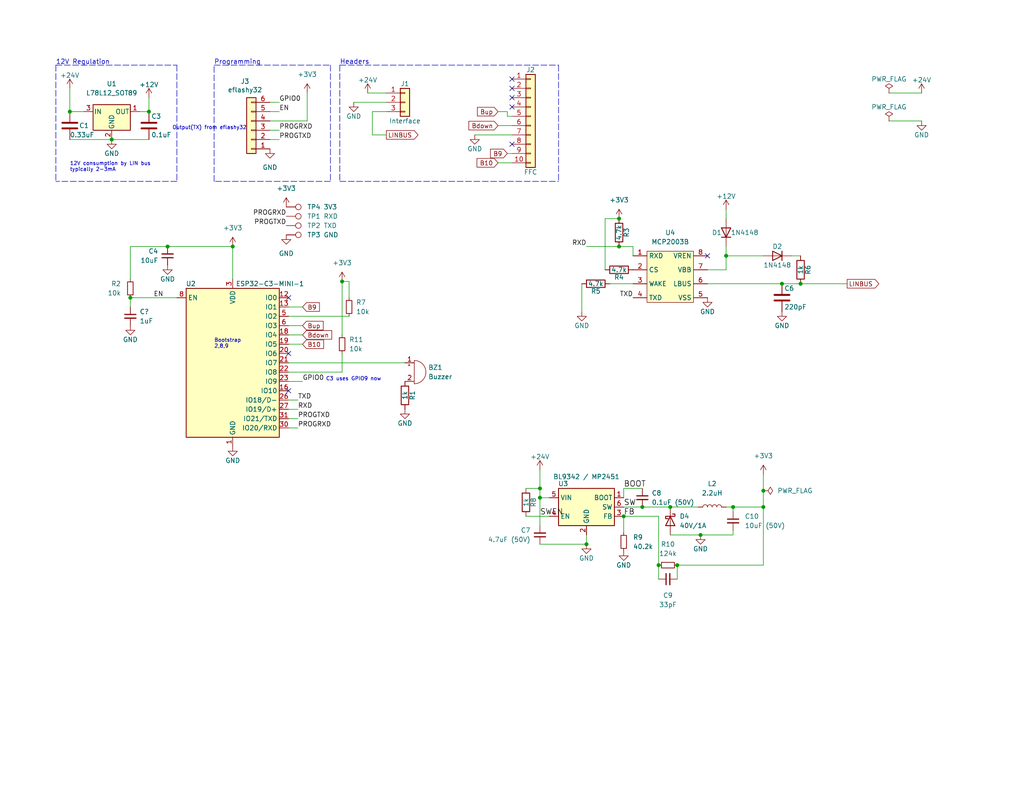
<source format=kicad_sch>
(kicad_sch (version 20211123) (generator eeschema)
  (paper "USLetter")
  (lib_symbols
    (symbol "!megadesk:BL9342"
      (property "Reference" "U" (at -7.62 6.35 0))
      (property "Value" "BL9342" (at 0 6.35 0))
      (symbol "BL9342_0_1"
        (rectangle (start -7.62 5.08) (end 7.62 -5.08) (stroke (width 0.254)) (fill (type background)))
      )
      (symbol "BL9342_1_1"
        (pin passive line (at 10.16 2.54 180) (length 2.54) (name "BOOT") (number "1"))
        (pin power_in line (at 0 -7.62 90) (length 2.54) (name "GND") (number "2"))
        (pin input line (at 10.16 -2.54 180) (length 2.54) (name "FB") (number "3"))
        (pin input line (at -10.16 -2.54 0) (length 2.54) (name "EN") (number "4"))
        (pin power_in line (at -10.16 2.54 0) (length 2.54) (name "VIN") (number "5"))
        (pin power_out line (at 10.16 0 180) (length 2.54) (name "SW") (number "6"))
      )
    )
    (symbol "!megadesk:MCP2003B"
      (property "Reference" "U" (at -7.62 8.89 0))
      (property "Value" "MCP2003B" (at -5.08 -8.89 0))
      (symbol "MCP2003B_0_0"
        (pin input line (at -10.16 5.08 0) (length 3.81) (name "RXD") (number "1"))
        (pin output line (at 10.16 5.08 180) (length 3.81) (name "VREN") (number "8"))
      )
      (symbol "MCP2003B_0_1"
        (rectangle (start 6.35 6.35) (end -6.35 -7.62) (fill (type background)))
      )
      (symbol "MCP2003B_1_1"
        (pin input line (at -10.16 1.27 0) (length 3.81) (name "CS") (number "2"))
        (pin input line (at -10.16 -2.54 0) (length 3.81) (name "WAKE") (number "3"))
        (pin output line (at -10.16 -6.35 0) (length 3.81) (name "TXD") (number "4"))
        (pin power_in line (at 10.16 -6.35 180) (length 3.81) (name "VSS") (number "5"))
        (pin bidirectional line (at 10.16 -2.54 180) (length 3.81) (name "LBUS") (number "6"))
        (pin power_in line (at 10.16 1.27 180) (length 3.81) (name "VBB") (number "7"))
      )
    )
    (symbol "Connector:TestPoint" (pin_numbers hide) (pin_names (offset 0.762) hide)
      (property "Reference" "TP" (at 0 6.858 0))
      (property "Value" "TestPoint" (at 0 5.08 0))
      (symbol "TestPoint_0_1"
        (circle (center 0 3.302) (radius 0.762))
      )
      (symbol "TestPoint_1_1"
        (pin passive line (at 0 0 90) (length 2.54) (name "1") (number "1"))
      )
    )
    (symbol "Connector_Generic:Conn_01x03" (pin_names (offset 1.016) hide)
      (property "Reference" "J" (at 0 5.08 0))
      (property "Value" "Conn_01x03" (at 0 -5.08 0))
      (symbol "Conn_01x03_1_1"
        (rectangle (start -1.27 -2.413) (end 0 -2.667) (stroke (width 0.1524)))
        (rectangle (start -1.27 0.127) (end 0 -0.127) (stroke (width 0.1524)))
        (rectangle (start -1.27 2.667) (end 0 2.413) (stroke (width 0.1524)))
        (rectangle (start -1.27 3.81) (end 1.27 -3.81) (stroke (width 0.254)) (fill (type background)))
        (pin passive line (at -5.08 2.54 0) (length 3.81) (name "Pin_1") (number "1"))
        (pin passive line (at -5.08 0 0) (length 3.81) (name "Pin_2") (number "2"))
        (pin passive line (at -5.08 -2.54 0) (length 3.81) (name "Pin_3") (number "3"))
      )
    )
    (symbol "Connector_Generic:Conn_01x06" (pin_names (offset 1.016) hide)
      (property "Reference" "J" (at 0 7.62 0))
      (property "Value" "Conn_01x06" (at 0 -10.16 0))
      (symbol "Conn_01x06_1_1"
        (rectangle (start -1.27 -7.493) (end 0 -7.747) (stroke (width 0.1524)))
        (rectangle (start -1.27 -4.953) (end 0 -5.207) (stroke (width 0.1524)))
        (rectangle (start -1.27 -2.413) (end 0 -2.667) (stroke (width 0.1524)))
        (rectangle (start -1.27 0.127) (end 0 -0.127) (stroke (width 0.1524)))
        (rectangle (start -1.27 2.667) (end 0 2.413) (stroke (width 0.1524)))
        (rectangle (start -1.27 5.207) (end 0 4.953) (stroke (width 0.1524)))
        (rectangle (start -1.27 6.35) (end 1.27 -8.89) (stroke (width 0.254)) (fill (type background)))
        (pin passive line (at -5.08 5.08 0) (length 3.81) (name "Pin_1") (number "1"))
        (pin passive line (at -5.08 2.54 0) (length 3.81) (name "Pin_2") (number "2"))
        (pin passive line (at -5.08 0 0) (length 3.81) (name "Pin_3") (number "3"))
        (pin passive line (at -5.08 -2.54 0) (length 3.81) (name "Pin_4") (number "4"))
        (pin passive line (at -5.08 -5.08 0) (length 3.81) (name "Pin_5") (number "5"))
        (pin passive line (at -5.08 -7.62 0) (length 3.81) (name "Pin_6") (number "6"))
      )
    )
    (symbol "Connector_Generic:Conn_01x10" (pin_names (offset 1.016) hide)
      (property "Reference" "J" (at 0 12.7 0))
      (property "Value" "Conn_01x10" (at 0 -15.24 0))
      (symbol "Conn_01x10_1_1"
        (rectangle (start -1.27 -12.573) (end 0 -12.827) (stroke (width 0.1524)))
        (rectangle (start -1.27 -10.033) (end 0 -10.287) (stroke (width 0.1524)))
        (rectangle (start -1.27 -7.493) (end 0 -7.747) (stroke (width 0.1524)))
        (rectangle (start -1.27 -4.953) (end 0 -5.207) (stroke (width 0.1524)))
        (rectangle (start -1.27 -2.413) (end 0 -2.667) (stroke (width 0.1524)))
        (rectangle (start -1.27 0.127) (end 0 -0.127) (stroke (width 0.1524)))
        (rectangle (start -1.27 2.667) (end 0 2.413) (stroke (width 0.1524)))
        (rectangle (start -1.27 5.207) (end 0 4.953) (stroke (width 0.1524)))
        (rectangle (start -1.27 7.747) (end 0 7.493) (stroke (width 0.1524)))
        (rectangle (start -1.27 10.287) (end 0 10.033) (stroke (width 0.1524)))
        (rectangle (start -1.27 11.43) (end 1.27 -13.97) (stroke (width 0.254)) (fill (type background)))
        (pin passive line (at -5.08 10.16 0) (length 3.81) (name "Pin_1") (number "1"))
        (pin passive line (at -5.08 -12.7 0) (length 3.81) (name "Pin_10") (number "10"))
        (pin passive line (at -5.08 7.62 0) (length 3.81) (name "Pin_2") (number "2"))
        (pin passive line (at -5.08 5.08 0) (length 3.81) (name "Pin_3") (number "3"))
        (pin passive line (at -5.08 2.54 0) (length 3.81) (name "Pin_4") (number "4"))
        (pin passive line (at -5.08 0 0) (length 3.81) (name "Pin_5") (number "5"))
        (pin passive line (at -5.08 -2.54 0) (length 3.81) (name "Pin_6") (number "6"))
        (pin passive line (at -5.08 -5.08 0) (length 3.81) (name "Pin_7") (number "7"))
        (pin passive line (at -5.08 -7.62 0) (length 3.81) (name "Pin_8") (number "8"))
        (pin passive line (at -5.08 -10.16 0) (length 3.81) (name "Pin_9") (number "9"))
      )
    )
    (symbol "Device:Buzzer" (pin_names (offset 0.0254) hide)
      (property "Reference" "BZ" (at 3.81 1.27 0))
      (property "Value" "Buzzer" (at 3.81 -1.27 0))
      (symbol "Buzzer_0_1"
        (arc (start 0 -3.175) (mid 3.175 0) (end 0 3.175))
        (polyline (pts (xy -1.651 1.905) (xy -1.143 1.905)))
        (polyline (pts (xy -1.397 2.159) (xy -1.397 1.651)))
        (polyline (pts (xy 0 3.175) (xy 0 -3.175)))
      )
      (symbol "Buzzer_1_1"
        (pin passive line (at -2.54 2.54 0) (length 2.54) (name "-") (number "1"))
        (pin passive line (at -2.54 -2.54 0) (length 2.54) (name "+") (number "2"))
      )
    )
    (symbol "Device:C" (pin_numbers hide) (pin_names (offset 0.254))
      (property "Reference" "C" (at 0.635 2.54 0))
      (property "Value" "C" (at 0.635 -2.54 0))
      (symbol "C_0_1"
        (polyline (pts (xy -2.032 -0.762) (xy 2.032 -0.762)) (stroke (width 0.508)))
        (polyline (pts (xy -2.032 0.762) (xy 2.032 0.762)) (stroke (width 0.508)))
      )
      (symbol "C_1_1"
        (pin passive line (at 0 3.81 270) (length 2.794) (name "~") (number "1"))
        (pin passive line (at 0 -3.81 90) (length 2.794) (name "~") (number "2"))
      )
    )
    (symbol "Device:C_Small" (pin_numbers hide) (pin_names (offset 0.254) hide)
      (property "Reference" "C" (at 0.254 1.778 0))
      (property "Value" "C_Small" (at 0.254 -2.032 0))
      (symbol "C_Small_0_1"
        (polyline (pts (xy -1.524 -0.508) (xy 1.524 -0.508)) (stroke (width 0.3302)))
        (polyline (pts (xy -1.524 0.508) (xy 1.524 0.508)) (stroke (width 0.3048)))
      )
      (symbol "C_Small_1_1"
        (pin passive line (at 0 2.54 270) (length 2.032) (name "~") (number "1"))
        (pin passive line (at 0 -2.54 90) (length 2.032) (name "~") (number "2"))
      )
    )
    (symbol "Device:D" (pin_numbers hide) (pin_names (offset 1.016) hide)
      (property "Reference" "D" (at 0 2.54 0))
      (property "Value" "D" (at 0 -2.54 0))
      (symbol "D_0_1"
        (polyline (pts (xy -1.27 1.27) (xy -1.27 -1.27)) (stroke (width 0.254)))
        (polyline (pts (xy 1.27 0) (xy -1.27 0)))
        (polyline (pts (xy 1.27 1.27) (xy 1.27 -1.27) (xy -1.27 0) (xy 1.27 1.27)) (stroke (width 0.254)))
      )
      (symbol "D_1_1"
        (pin passive line (at -3.81 0 0) (length 2.54) (name "K") (number "1"))
        (pin passive line (at 3.81 0 180) (length 2.54) (name "A") (number "2"))
      )
    )
    (symbol "Device:D_Schottky" (pin_numbers hide) (pin_names (offset 1.016) hide)
      (property "Reference" "D" (at 0 2.54 0))
      (property "Value" "D_Schottky" (at 0 -2.54 0))
      (symbol "D_Schottky_0_1"
        (polyline (pts (xy 1.27 0) (xy -1.27 0)))
        (polyline (pts (xy 1.27 1.27) (xy 1.27 -1.27) (xy -1.27 0) (xy 1.27 1.27)) (stroke (width 0.254)))
        (polyline (pts (xy -1.905 0.635) (xy -1.905 1.27) (xy -1.27 1.27) (xy -1.27 -1.27) (xy -0.635 -1.27) (xy -0.635 -0.635)) (stroke (width 0.254)))
      )
      (symbol "D_Schottky_1_1"
        (pin passive line (at -3.81 0 0) (length 2.54) (name "K") (number "1"))
        (pin passive line (at 3.81 0 180) (length 2.54) (name "A") (number "2"))
      )
    )
    (symbol "Device:L" (pin_numbers hide) (pin_names (offset 1.016) hide)
      (property "Reference" "L" (at -1.27 0 90))
      (property "Value" "L" (at 1.905 0 90))
      (symbol "L_0_1"
        (arc (start 0 -2.54) (mid 0.635 -1.905) (end 0 -1.27))
        (arc (start 0 -1.27) (mid 0.635 -0.635) (end 0 0))
        (arc (start 0 0) (mid 0.635 0.635) (end 0 1.27))
        (arc (start 0 1.27) (mid 0.635 1.905) (end 0 2.54))
      )
      (symbol "L_1_1"
        (pin passive line (at 0 3.81 270) (length 1.27) (name "1") (number "1"))
        (pin passive line (at 0 -3.81 90) (length 1.27) (name "2") (number "2"))
      )
    )
    (symbol "Device:R" (pin_numbers hide) (pin_names (offset 0))
      (property "Reference" "R" (at 2.032 0 90))
      (property "Value" "R" (at 0 0 90))
      (symbol "R_0_1"
        (rectangle (start -1.016 -2.54) (end 1.016 2.54) (stroke (width 0.254)))
      )
      (symbol "R_1_1"
        (pin passive line (at 0 3.81 270) (length 1.27) (name "~") (number "1"))
        (pin passive line (at 0 -3.81 90) (length 1.27) (name "~") (number "2"))
      )
    )
    (symbol "Device:R_Small" (pin_numbers hide) (pin_names (offset 0.254) hide)
      (property "Reference" "R" (at 0.762 0.508 0))
      (property "Value" "R_Small" (at 0.762 -1.016 0))
      (symbol "R_Small_0_1"
        (rectangle (start -0.762 1.778) (end 0.762 -1.778) (stroke (width 0.2032)))
      )
      (symbol "R_Small_1_1"
        (pin passive line (at 0 2.54 270) (length 0.762) (name "~") (number "1"))
        (pin passive line (at 0 -2.54 90) (length 0.762) (name "~") (number "2"))
      )
    )
    (symbol "RF_Module:ESP32-C3-MINI-1"
      (property "Reference" "U" (at -12.7 21.59 0))
      (property "Value" "ESP32-C3-MINI-1" (at 1.27 21.59 0))
      (symbol "ESP32-C3-MINI-1_0_1"
        (rectangle (start -12.7 20.32) (end 12.7 -20.32) (stroke (width 0.254)) (fill (type background)))
      )
      (symbol "ESP32-C3-MINI-1_1_1"
        (pin power_in line (at 0 -22.86 90) (length 2.54) (name "GND") (number "1"))
        (pin no_connect line (at -12.7 -15.24 0) (length 2.54) hide (name "NC") (number "10"))
        (pin passive line (at 0 -22.86 90) (length 2.54) hide (name "GND") (number "11"))
        (pin bidirectional line (at 15.24 17.78 180) (length 2.54) (name "IO0") (number "12"))
        (pin bidirectional line (at 15.24 15.24 180) (length 2.54) (name "IO1") (number "13"))
        (pin passive line (at 0 -22.86 90) (length 2.54) hide (name "GND") (number "14"))
        (pin no_connect line (at -12.7 -12.7 0) (length 2.54) hide (name "NC") (number "15"))
        (pin bidirectional line (at 15.24 -7.62 180) (length 2.54) (name "IO10") (number "16"))
        (pin no_connect line (at -12.7 -7.62 0) (length 2.54) hide (name "NC") (number "17"))
        (pin bidirectional line (at 15.24 7.62 180) (length 2.54) (name "IO4") (number "18"))
        (pin bidirectional line (at 15.24 5.08 180) (length 2.54) (name "IO5") (number "19"))
        (pin passive line (at 0 -22.86 90) (length 2.54) hide (name "GND") (number "2"))
        (pin bidirectional line (at 15.24 2.54 180) (length 2.54) (name "IO6") (number "20"))
        (pin bidirectional line (at 15.24 0 180) (length 2.54) (name "IO7") (number "21"))
        (pin bidirectional line (at 15.24 -2.54 180) (length 2.54) (name "IO8") (number "22"))
        (pin bidirectional line (at 15.24 -5.08 180) (length 2.54) (name "IO9") (number "23"))
        (pin no_connect line (at -12.7 -10.16 0) (length 2.54) hide (name "NC") (number "24"))
        (pin no_connect line (at -12.7 -5.08 0) (length 2.54) hide (name "NC") (number "25"))
        (pin bidirectional line (at 15.24 -10.16 180) (length 2.54) (name "IO18/D-") (number "26"))
        (pin bidirectional line (at 15.24 -12.7 180) (length 2.54) (name "IO19/D+") (number "27"))
        (pin no_connect line (at -12.7 -2.54 0) (length 2.54) hide (name "NC") (number "28"))
        (pin no_connect line (at -12.7 0 0) (length 2.54) hide (name "NC") (number "29"))
        (pin power_in line (at 0 22.86 270) (length 2.54) (name "VDD") (number "3"))
        (pin bidirectional line (at 15.24 -17.78 180) (length 2.54) (name "IO20/RXD") (number "30"))
        (pin bidirectional line (at 15.24 -15.24 180) (length 2.54) (name "IO21/TXD") (number "31"))
        (pin no_connect line (at -12.7 2.54 0) (length 2.54) hide (name "NC") (number "32"))
        (pin no_connect line (at -12.7 5.08 0) (length 2.54) hide (name "NC") (number "33"))
        (pin no_connect line (at -12.7 7.62 0) (length 2.54) hide (name "NC") (number "34"))
        (pin no_connect line (at -12.7 10.16 0) (length 2.54) hide (name "NC") (number "35"))
        (pin passive line (at 0 -22.86 90) (length 2.54) hide (name "GND") (number "36"))
        (pin passive line (at 0 -22.86 90) (length 2.54) hide (name "GND") (number "37"))
        (pin passive line (at 0 -22.86 90) (length 2.54) hide (name "GND") (number "38"))
        (pin passive line (at 0 -22.86 90) (length 2.54) hide (name "GND") (number "39"))
        (pin no_connect line (at -12.7 12.7 0) (length 2.54) hide (name "NC") (number "4"))
        (pin passive line (at 0 -22.86 90) (length 2.54) hide (name "GND") (number "40"))
        (pin passive line (at 0 -22.86 90) (length 2.54) hide (name "GND") (number "41"))
        (pin passive line (at 0 -22.86 90) (length 2.54) hide (name "GND") (number "42"))
        (pin passive line (at 0 -22.86 90) (length 2.54) hide (name "GND") (number "43"))
        (pin passive line (at 0 -22.86 90) (length 2.54) hide (name "GND") (number "44"))
        (pin passive line (at 0 -22.86 90) (length 2.54) hide (name "GND") (number "45"))
        (pin passive line (at 0 -22.86 90) (length 2.54) hide (name "GND") (number "46"))
        (pin passive line (at 0 -22.86 90) (length 2.54) hide (name "GND") (number "47"))
        (pin passive line (at 0 -22.86 90) (length 2.54) hide (name "GND") (number "48"))
        (pin passive line (at 0 -22.86 90) (length 2.54) hide (name "GND") (number "49"))
        (pin bidirectional line (at 15.24 12.7 180) (length 2.54) (name "IO2") (number "5"))
        (pin passive line (at 0 -22.86 90) (length 2.54) hide (name "GND") (number "50"))
        (pin passive line (at 0 -22.86 90) (length 2.54) hide (name "GND") (number "51"))
        (pin passive line (at 0 -22.86 90) (length 2.54) hide (name "GND") (number "52"))
        (pin passive line (at 0 -22.86 90) (length 2.54) hide (name "GND") (number "53"))
        (pin bidirectional line (at 15.24 10.16 180) (length 2.54) (name "IO3") (number "6"))
        (pin no_connect line (at -12.7 15.24 0) (length 2.54) hide (name "NC") (number "7"))
        (pin input line (at -15.24 17.78 0) (length 2.54) (name "EN") (number "8"))
        (pin no_connect line (at -12.7 -17.78 0) (length 2.54) hide (name "NC") (number "9"))
      )
    )
    (symbol "Regulator_Linear:L78L12_SOT89" (pin_names (offset 0.254))
      (property "Reference" "U" (at -3.81 3.175 0))
      (property "Value" "L78L12_SOT89" (at -0.635 3.175 0))
      (symbol "L78L12_SOT89_0_1"
        (rectangle (start -5.08 1.905) (end 5.08 -5.08) (stroke (width 0.254)) (fill (type background)))
      )
      (symbol "L78L12_SOT89_1_1"
        (pin power_out line (at 7.62 0 180) (length 2.54) (name "OUT") (number "1"))
        (pin power_in line (at 0 -7.62 90) (length 2.54) (name "GND") (number "2"))
        (pin power_in line (at -7.62 0 0) (length 2.54) (name "IN") (number "3"))
      )
    )
    (symbol "power:+12V" (power) (pin_names (offset 0))
      (property "Value" "+12V" (at 0 3.556 0))
      (symbol "+12V_0_1"
        (polyline (pts (xy -0.762 1.27) (xy 0 2.54)))
        (polyline (pts (xy 0 0) (xy 0 2.54)))
        (polyline (pts (xy 0 2.54) (xy 0.762 1.27)))
      )
      (symbol "+12V_1_1"
        (pin power_in line (at 0 0 90) (length 0) hide (name "+12V") (number "1"))
      )
    )
    (symbol "power:+24V" (power) (pin_names (offset 0))
      (property "Value" "+24V" (at 0 3.556 0))
      (symbol "+24V_0_1"
        (polyline (pts (xy -0.762 1.27) (xy 0 2.54)))
        (polyline (pts (xy 0 0) (xy 0 2.54)))
        (polyline (pts (xy 0 2.54) (xy 0.762 1.27)))
      )
      (symbol "+24V_1_1"
        (pin power_in line (at 0 0 90) (length 0) hide (name "+24V") (number "1"))
      )
    )
    (symbol "power:+3V3" (power) (pin_names (offset 0))
      (property "Value" "+3V3" (at 0 3.556 0))
      (symbol "+3V3_0_1"
        (polyline (pts (xy -0.762 1.27) (xy 0 2.54)))
        (polyline (pts (xy 0 0) (xy 0 2.54)))
        (polyline (pts (xy 0 2.54) (xy 0.762 1.27)))
      )
      (symbol "+3V3_1_1"
        (pin power_in line (at 0 0 90) (length 0) hide (name "+3V3") (number "1"))
      )
    )
    (symbol "power:GND" (power) (pin_names (offset 0))
      (property "Value" "GND" (at 0 -3.81 0))
      (symbol "GND_0_1"
        (polyline (pts (xy 0 0) (xy 0 -1.27) (xy 1.27 -1.27) (xy 0 -2.54) (xy -1.27 -1.27) (xy 0 -1.27)))
      )
      (symbol "GND_1_1"
        (pin power_in line (at 0 0 270) (length 0) hide (name "GND") (number "1"))
      )
    )
    (symbol "power:PWR_FLAG" (power) (pin_numbers hide) (pin_names (offset 0) hide)
      (property "Value" "PWR_FLAG" (at 0 3.81 0))
      (symbol "PWR_FLAG_0_0"
        (pin power_out line (at 0 0 90) (length 0) (name "pwr") (number "1"))
      )
      (symbol "PWR_FLAG_0_1"
        (polyline (pts (xy 0 0) (xy 0 1.27) (xy -1.016 1.905) (xy 0 2.54) (xy 1.016 1.905) (xy 0 1.27)))
      )
    )
  )
  (junction (at 208.28 138.43))
  (junction (at 198.12 69.85))
  (junction (at 93.345 76.835))
  (junction (at 208.28 133.985))
  (junction (at 19.05 30.48))
  (junction (at 170.18 140.97))
  (junction (at 179.705 154.305))
  (junction (at 147.32 135.89))
  (junction (at 147.32 133.35))
  (junction (at 168.91 67.31))
  (junction (at 218.44 77.47))
  (junction (at 35.56 81.28))
  (junction (at 200.025 138.43))
  (junction (at 213.36 77.47))
  (junction (at 160.02 148.59))
  (junction (at 45.72 67.31))
  (junction (at 30.48 38.1))
  (junction (at 168.91 59.69))
  (junction (at 184.785 154.305))
  (junction (at 63.5 67.31))
  (junction (at 182.88 138.43))
  (junction (at 191.135 146.05))
  (junction (at 40.64 30.48))
  (junction (at 175.26 138.43))
  (no_connect (at 139.7 39.37))
  (no_connect (at 193.04 69.85))
  (no_connect (at 139.7 21.59))
  (no_connect (at 139.7 24.13))
  (no_connect (at 78.74 81.28))
  (no_connect (at 78.74 96.52))
  (no_connect (at 78.74 106.68))
  (no_connect (at 139.7 26.67))
  (no_connect (at 139.7 29.21))
  (wire (pts (xy 160.02 67.31) (xy 168.91 67.31)))
  (wire (pts (xy 200.025 139.7) (xy 200.025 138.43)))
  (wire (pts (xy 200.025 138.43) (xy 198.12 138.43)))
  (wire (pts (xy 19.05 24.13) (xy 19.05 30.48)))
  (wire (pts (xy 76.2 35.56) (xy 73.66 35.56)))
  (wire (pts (xy 198.12 57.15) (xy 198.12 59.69)))
  (wire (pts (xy 35.56 76.2) (xy 35.56 67.31)))
  (wire (pts (xy 35.56 67.31) (xy 45.72 67.31)))
  (wire (pts (xy 200.025 144.78) (xy 200.025 146.05)))
  (wire (pts (xy 191.135 146.05) (xy 182.88 146.05)))
  (wire (pts (xy 200.025 146.05) (xy 191.135 146.05)))
  (wire (pts (xy 179.705 154.305) (xy 179.705 140.97)))
  (wire (pts (xy 179.705 140.97) (xy 170.18 140.97)))
  (wire (pts (xy 138.43 30.48) (xy 138.43 31.75)))
  (polyline (pts (xy 48.26 49.53) (xy 15.24 49.53)) (stroke (width 0) (type dash)))
  (wire (pts (xy 63.5 67.31) (xy 63.5 76.2)))
  (wire (pts (xy 45.72 67.31) (xy 63.5 67.31)))
  (wire (pts (xy 251.46 25.4) (xy 242.57 25.4)))
  (wire (pts (xy 78.74 116.84) (xy 81.28 116.84)))
  (wire (pts (xy 242.57 33.02) (xy 251.46 33.02)))
  (wire (pts (xy 135.89 30.48) (xy 138.43 30.48)))
  (polyline (pts (xy 58.42 49.53) (xy 58.42 17.78)) (stroke (width 0) (type dash)))
  (wire (pts (xy 38.1 30.48) (xy 40.64 30.48)))
  (wire (pts (xy 198.12 69.85) (xy 198.12 67.31)))
  (wire (pts (xy 78.74 86.36) (xy 95.25 86.36)))
  (wire (pts (xy 158.75 77.47) (xy 158.75 85.09)))
  (wire (pts (xy 101.6 36.83) (xy 105.41 36.83)))
  (wire (pts (xy 73.66 30.48) (xy 76.2 30.48)))
  (wire (pts (xy 78.74 93.98) (xy 82.55 93.98)))
  (wire (pts (xy 172.72 67.31) (xy 172.72 69.85)))
  (wire (pts (xy 193.04 77.47) (xy 213.36 77.47)))
  (wire (pts (xy 208.28 154.305) (xy 184.785 154.305)))
  (wire (pts (xy 208.28 138.43) (xy 208.28 154.305)))
  (wire (pts (xy 78.74 88.9) (xy 82.55 88.9)))
  (wire (pts (xy 100.33 25.4) (xy 105.41 25.4)))
  (wire (pts (xy 105.41 27.94) (xy 96.52 27.94)))
  (wire (pts (xy 93.345 101.6) (xy 93.345 96.52)))
  (wire (pts (xy 95.25 81.28) (xy 95.25 76.835)))
  (wire (pts (xy 170.18 140.97) (xy 170.18 145.415)))
  (wire (pts (xy 78.74 99.06) (xy 110.49 99.06)))
  (wire (pts (xy 143.51 140.97) (xy 149.86 140.97)))
  (wire (pts (xy 78.74 111.76) (xy 81.28 111.76)))
  (wire (pts (xy 170.18 133.35) (xy 170.18 135.89)))
  (wire (pts (xy 175.26 133.35) (xy 170.18 133.35)))
  (wire (pts (xy 198.12 73.66) (xy 198.12 69.85)))
  (wire (pts (xy 35.56 81.28) (xy 48.26 81.28)))
  (polyline (pts (xy 92.71 49.53) (xy 152.4 49.53)) (stroke (width 0) (type dash)))
  (wire (pts (xy 208.28 133.985) (xy 208.28 138.43)))
  (wire (pts (xy 208.28 129.54) (xy 208.28 133.985)))
  (wire (pts (xy 19.05 38.1) (xy 30.48 38.1)))
  (wire (pts (xy 105.41 30.48) (xy 101.6 30.48)))
  (polyline (pts (xy 58.42 17.78) (xy 90.17 17.78)) (stroke (width 0) (type dash)))
  (wire (pts (xy 30.48 38.1) (xy 40.64 38.1)))
  (wire (pts (xy 165.1 59.69) (xy 168.91 59.69)))
  (wire (pts (xy 165.1 73.66) (xy 165.1 59.69)))
  (wire (pts (xy 78.74 91.44) (xy 82.55 91.44)))
  (wire (pts (xy 35.56 81.28) (xy 35.56 83.82)))
  (wire (pts (xy 179.705 154.305) (xy 179.705 158.115)))
  (wire (pts (xy 83.82 33.02) (xy 83.82 25.4)))
  (polyline (pts (xy 92.71 17.78) (xy 92.71 49.53)) (stroke (width 0) (type dash)))
  (polyline (pts (xy 15.24 17.78) (xy 15.24 49.53)) (stroke (width 0) (type dash)))
  (wire (pts (xy 143.51 133.35) (xy 147.32 133.35)))
  (wire (pts (xy 76.2 27.94) (xy 73.66 27.94)))
  (wire (pts (xy 78.74 104.14) (xy 82.55 104.14)))
  (wire (pts (xy 101.6 30.48) (xy 101.6 36.83)))
  (wire (pts (xy 139.7 36.83) (xy 129.54 36.83)))
  (wire (pts (xy 95.25 76.835) (xy 93.345 76.835)))
  (wire (pts (xy 160.02 146.05) (xy 160.02 148.59)))
  (wire (pts (xy 166.37 77.47) (xy 172.72 77.47)))
  (wire (pts (xy 184.785 154.305) (xy 184.785 158.115)))
  (wire (pts (xy 138.43 31.75) (xy 139.7 31.75)))
  (wire (pts (xy 78.74 114.3) (xy 81.28 114.3)))
  (wire (pts (xy 182.88 138.43) (xy 190.5 138.43)))
  (wire (pts (xy 175.26 138.43) (xy 182.88 138.43)))
  (polyline (pts (xy 90.17 49.53) (xy 58.42 49.53)) (stroke (width 0) (type dash)))
  (wire (pts (xy 208.28 69.85) (xy 198.12 69.85)))
  (wire (pts (xy 147.32 135.89) (xy 147.32 143.51)))
  (wire (pts (xy 139.7 34.29) (xy 135.89 34.29)))
  (wire (pts (xy 213.36 77.47) (xy 218.44 77.47)))
  (wire (pts (xy 78.74 109.22) (xy 81.28 109.22)))
  (wire (pts (xy 168.91 67.31) (xy 172.72 67.31)))
  (wire (pts (xy 73.66 38.1) (xy 76.2 38.1)))
  (polyline (pts (xy 90.17 17.78) (xy 90.17 49.53)) (stroke (width 0) (type dash)))
  (wire (pts (xy 40.64 26.67) (xy 40.64 30.48)))
  (wire (pts (xy 78.74 101.6) (xy 93.345 101.6)))
  (wire (pts (xy 215.9 69.85) (xy 218.44 69.85)))
  (polyline (pts (xy 15.24 17.78) (xy 48.26 17.78)) (stroke (width 0) (type dash)))
  (wire (pts (xy 147.32 148.59) (xy 160.02 148.59)))
  (wire (pts (xy 218.44 77.47) (xy 231.14 77.47)))
  (wire (pts (xy 193.04 73.66) (xy 198.12 73.66)))
  (wire (pts (xy 170.18 138.43) (xy 175.26 138.43)))
  (wire (pts (xy 93.345 76.835) (xy 93.345 91.44)))
  (wire (pts (xy 22.86 30.48) (xy 19.05 30.48)))
  (polyline (pts (xy 152.4 17.78) (xy 152.4 49.53)) (stroke (width 0) (type dash)))
  (wire (pts (xy 147.32 133.35) (xy 147.32 128.27)))
  (wire (pts (xy 149.86 135.89) (xy 147.32 135.89)))
  (wire (pts (xy 147.32 135.89) (xy 147.32 133.35)))
  (wire (pts (xy 138.43 41.91) (xy 139.7 41.91)))
  (polyline (pts (xy 92.71 17.78) (xy 152.4 17.78)) (stroke (width 0) (type dash)))
  (wire (pts (xy 78.74 83.82) (xy 82.55 83.82)))
  (wire (pts (xy 73.66 33.02) (xy 83.82 33.02)))
  (polyline (pts (xy 48.26 17.78) (xy 48.26 49.53)) (stroke (width 0) (type dash)))
  (wire (pts (xy 135.89 44.45) (xy 139.7 44.45)))
  (wire (pts (xy 200.025 138.43) (xy 208.28 138.43)))
  (text "Bootstrap\n2,8,9" (at 58.42 95.25 0) (effects (font (size 1 1)) (justify left bottom)))
  (text "C3 uses GPIO9 now" (at 88.9 104.14 0) (effects (font (size 1 1)) (justify left bottom)))
  (text "Output(TX) from eflashy32" (at 46.99 35.56 0) (effects (font (size 1 1)) (justify left bottom)))
  (text "12V consumption by LIN bus \ntypically 2-3mA" (at 19.05 46.99 0) (effects (font (size 1 1)) (justify left bottom)))
  (text "12V Regulation" (at 15.24 17.78 0) (effects (font (size 1.27 1.27)) (justify left bottom)))
  (text "Programming" (at 58.42 17.78 0) (effects (font (size 1.27 1.27)) (justify left bottom)))
  (text "Headers" (at 92.71 17.78 0) (effects (font (size 1.3208 1.3208)) (justify left bottom)))
  (label "SWEN" (at 147.32 140.97 0) (effects (font (size 1.524 1.524))))
  (label "TXD" (at 172.72 81.28 180))
  (label "RXD" (at 160.02 67.31 180))
  (label "RXD" (at 81.28 111.76 0))
  (label "PROGTXD" (at 76.2 38.1 0))
  (label "FB" (at 170.18 140.97 0) (effects (font (size 1.524 1.524))))
  (label "GPIO0" (at 76.2 27.94 0))
  (label "PROGTXD" (at 78.105 61.595 180))
  (label "PROGRXD" (at 81.28 116.84 0))
  (label "EN" (at 41.91 81.28 0))
  (label "TXD" (at 81.28 109.22 0))
  (label "GPIO0" (at 82.55 104.14 0))
  (label "BOOT" (at 170.18 133.35 0) (effects (font (size 1.524 1.524))))
  (label "SW" (at 170.18 138.43 0) (effects (font (size 1.524 1.524))))
  (label "PROGRXD" (at 78.105 59.055 180))
  (label "PROGTXD" (at 81.28 114.3 0))
  (label "PROGRXD" (at 76.2 35.56 0))
  (label "EN" (at 76.2 30.48 0))
  (global_label "LINBUS" (shape output) (at 231.14 77.47 0) (effects (font (size 1.1938 1.1938))) (property "Intersheet References" "${INTERSHEET_REFS}" (effects hide)))
  (global_label "Bdown" (shape input) (at 135.89 34.29 180) (effects (font (size 1.1938 1.1938))) (property "Intersheet References" "${INTERSHEET_REFS}" (effects hide)))
  (global_label "Bup" (shape input) (at 135.89 30.48 180) (effects (font (size 1.1938 1.1938))) (property "Intersheet References" "${INTERSHEET_REFS}" (effects hide)))
  (global_label "B10" (shape input) (at 135.89 44.45 180) (effects (font (size 1.1938 1.1938))) (property "Intersheet References" "${INTERSHEET_REFS}" (effects hide)))
  (global_label "B9" (shape input) (at 138.43 41.91 180) (effects (font (size 1.1938 1.1938))) (property "Intersheet References" "${INTERSHEET_REFS}" (effects hide)))
  (global_label "Bup" (shape input) (at 82.55 88.9 0) (effects (font (size 1.1938 1.1938))) (property "Intersheet References" "${INTERSHEET_REFS}" (effects hide)))
  (global_label "B10" (shape input) (at 82.55 93.98 0) (effects (font (size 1.1938 1.1938))) (property "Intersheet References" "${INTERSHEET_REFS}" (effects hide)))
  (global_label "B9" (shape input) (at 82.55 83.82 0) (effects (font (size 1.1938 1.1938))) (property "Intersheet References" "${INTERSHEET_REFS}" (effects hide)))
  (global_label "LINBUS" (shape output) (at 105.41 36.83 0) (effects (font (size 1.1938 1.1938))) (property "Intersheet References" "${INTERSHEET_REFS}" (effects hide)))
  (global_label "Bdown" (shape input) (at 82.55 91.44 0) (effects (font (size 1.1938 1.1938))) (property "Intersheet References" "${INTERSHEET_REFS}" (effects hide)))
  (symbol (lib_id "power:+24V") (at 19.05 24.13 0) (unit 1)
    (property "Reference" "#PWR04" (effects hide))
    (property "Value" "+24V" (at 19.05 20.574 0))
  )
  (symbol (lib_id "Device:R") (at 162.56 77.47 270) (unit 1)
    (property "Reference" "R5" (at 162.56 79.502 90))
    (property "Value" "4.7k" (at 162.56 77.47 90))
    (property "Footprint" "Resistor_SMD:R_0402_1005Metric" (effects hide))
    (property "LCSC" "C25900" (effects hide))
    (property "Details" "+/- 10% or better" (effects hide))
  )
  (symbol (lib_id "power:GND") (at 158.75 85.09 0) (unit 1)
    (property "Reference" "#PWR07" (effects hide))
    (property "Value" "GND" (at 158.75 88.9 0))
  )
  (symbol (lib_id "Device:R") (at 168.91 63.5 0) (unit 1)
    (property "Reference" "R3" (at 170.942 63.5 90))
    (property "Value" "4.7k" (at 168.91 63.5 90))
    (property "Footprint" "Resistor_SMD:R_0402_1005Metric" (effects hide))
    (property "LCSC" "C25900" (effects hide))
    (property "Details" "+/- 10% or better" (effects hide))
  )
  (symbol (lib_id "power:GND") (at 193.04 81.28 0) (unit 1)
    (property "Reference" "#PWR09" (effects hide))
    (property "Value" "GND" (at 193.04 85.09 0))
  )
  (symbol (lib_id "Device:R") (at 168.91 73.66 270) (unit 1)
    (property "Reference" "R4" (at 168.91 75.692 90))
    (property "Value" "4.7k" (at 168.91 73.66 90))
    (property "Footprint" "Resistor_SMD:R_0402_1005Metric" (effects hide))
    (property "LCSC" "C25900" (effects hide))
    (property "Details" "+/- 10% or better" (effects hide))
  )
  (symbol (lib_id "power:GND") (at 30.48 38.1 0) (unit 1)
    (property "Reference" "#PWR011" (effects hide))
    (property "Value" "GND" (at 30.48 41.91 0))
  )
  (symbol (lib_id "power:+12V") (at 40.64 26.67 0) (unit 1)
    (property "Reference" "#PWR012" (effects hide))
    (property "Value" "+12V" (at 40.64 23.114 0))
  )
  (symbol (lib_id "Device:C") (at 40.64 34.29 0) (unit 1)
    (property "Reference" "C3" (at 41.275 31.75 0) (effects (justify left)))
    (property "Value" "0.1uF" (at 41.275 36.83 0) (effects (justify left)))
    (property "Footprint" "Capacitor_SMD:C_0402_1005Metric" (effects hide))
    (property "LCSC" "C1525" (effects hide))
    (property "Details" "+/- 20% or better" (effects hide))
  )
  (symbol (lib_id "power:+12V") (at 198.12 57.15 0) (unit 1)
    (property "Reference" "#PWR013" (effects hide))
    (property "Value" "+12V" (at 198.12 53.594 0))
  )
  (symbol (lib_id "Device:R") (at 218.44 73.66 0) (unit 1)
    (property "Reference" "R6" (at 220.472 73.66 90))
    (property "Value" "1k" (at 218.44 73.66 90))
    (property "Footprint" "Resistor_SMD:R_0402_1005Metric" (effects hide))
    (property "LCSC" "C11702" (effects hide))
    (property "Details" "+/- 10% or better" (effects hide))
  )
  (symbol (lib_id "Connector_Generic:Conn_01x03") (at 110.49 27.94 0) (unit 1)
    (property "Reference" "J1" (at 110.49 22.86 0))
    (property "Value" "Interface" (at 110.49 33.02 0))
    (property "Footprint" "Connector_PinHeader_2.54mm:PinHeader_1x03_P2.54mm_Horizontal" (effects hide))
    (property "LCSC" "DNP" (effects hide))
    (property "Part Number" "Molex 0022288030" (effects hide))
    (property "Notes" "Substitution OK" (effects hide))
  )
  (symbol (lib_id "power:+24V") (at 100.33 25.4 0) (unit 1)
    (property "Reference" "#PWR014" (effects hide))
    (property "Value" "+24V" (at 100.33 21.844 0))
  )
  (symbol (lib_id "power:GND") (at 96.52 27.94 0) (unit 1)
    (property "Reference" "#PWR015" (effects hide))
    (property "Value" "GND" (at 96.52 31.75 0))
  )
  (symbol (lib_id "Device:C") (at 213.36 81.28 0) (unit 1)
    (property "Reference" "C6" (at 213.995 78.74 0) (effects (justify left)))
    (property "Value" "220pF" (at 213.995 83.82 0) (effects (justify left)))
    (property "Footprint" "Capacitor_SMD:C_0603_1608Metric" (effects hide))
    (property "LCSC" "C1603" (effects hide))
    (property "Details" "+/- 20% or better" (effects hide))
  )
  (symbol (lib_id "power:GND") (at 213.36 85.09 0) (unit 1)
    (property "Reference" "#PWR016" (effects hide))
    (property "Value" "GND" (at 213.36 88.9 0))
  )
  (symbol (lib_id "Device:D") (at 198.12 63.5 90) (unit 1)
    (property "Reference" "D1" (at 195.58 63.5 90))
    (property "Value" "1N4148" (at 203.2 63.5 90))
    (property "Footprint" "Diode_SMD:D_SOD-323" (effects hide))
    (property "LCSC" "C2128" (effects hide))
    (property "Part Number" "1N4148WSFSCT" (effects hide))
    (property "Notes" "Substitution OK" (effects hide))
  )
  (symbol (lib_id "Device:D") (at 212.09 69.85 180) (unit 1)
    (property "Reference" "D2" (at 212.09 67.31 0))
    (property "Value" "1N4148" (at 212.09 72.39 0))
    (property "Footprint" "Diode_SMD:D_SOD-323" (effects hide))
    (property "LCSC" "C2128" (effects hide))
    (property "Part Number" "1N4148WSFSCT" (effects hide))
    (property "Notes" "Substitution OK" (effects hide))
  )
  (symbol (lib_id "Device:C") (at 19.05 34.29 0) (unit 1)
    (property "Reference" "C1" (at 21.59 34.29 0) (effects (justify left)))
    (property "Value" "0.33uF" (at 19.05 36.83 0) (effects (justify left)))
    (property "Footprint" "Capacitor_SMD:C_0805_2012Metric" (effects hide))
    (property "LCSC" "C1740" (effects hide))
    (property "Details" "+/- 20% or better" (effects hide))
  )
  (symbol (lib_id "Connector_Generic:Conn_01x10") (at 144.78 31.75 0) (unit 1)
    (property "Reference" "J2" (at 144.78 19.05 0))
    (property "Value" "FFC" (at 144.78 46.99 0))
    (property "Footprint" "Connector_FFC-FPC:TE_1-84953-0_1x10-1MP_P1.0mm_Horizontal" (effects hide))
    (property "Part Number" "A100308TR-ND" (effects hide))
    (property "LCSC" "C481254" (effects hide))
    (property "Notes" "Substitution OK" (effects hide))
  )
  (symbol (lib_id "power:GND") (at 129.54 36.83 0) (unit 1)
    (property "Reference" "#PWR021" (effects hide))
    (property "Value" "GND" (at 129.54 40.64 0))
  )
  (symbol (lib_id "Device:Buzzer") (at 113.03 101.6 0) (unit 1)
    (property "Reference" "BZ1" (at 116.84 100.33 0) (effects (justify left)))
    (property "Value" "Buzzer" (at 116.84 102.87 0) (effects (justify left)))
    (property "Footprint" "Buzzer_Beeper:Buzzer_Murata_PKMCS0909E" (effects hide))
    (property "Part Number" "PKMCS0909E4000-R1" (effects hide))
    (property "LCSC" "C255319" (effects hide))
    (property "Notes" "Substition OK" (effects hide))
  )
  (symbol (lib_id "power:GND") (at 110.49 111.76 0) (unit 1)
    (property "Reference" "#PWR022" (effects hide))
    (property "Value" "GND" (at 110.49 115.57 0))
  )
  (symbol (lib_id "power:PWR_FLAG") (at 242.57 25.4 0) (unit 1)
    (property "Reference" "#FLG023" (effects hide))
    (property "Value" "PWR_FLAG" (at 242.57 21.59 0))
  )
  (symbol (lib_id "power:+24V") (at 251.46 25.4 0) (unit 1)
    (property "Reference" "#PWR024" (effects hide))
    (property "Value" "+24V" (at 251.46 21.844 0))
  )
  (symbol (lib_id "power:PWR_FLAG") (at 242.57 33.02 0) (unit 1)
    (property "Reference" "#FLG025" (effects hide))
    (property "Value" "PWR_FLAG" (at 242.57 29.21 0))
  )
  (symbol (lib_id "power:GND") (at 251.46 33.02 0) (unit 1)
    (property "Reference" "#PWR026" (effects hide))
    (property "Value" "GND" (at 251.46 36.83 0))
  )
  (symbol (lib_id "Device:L") (at 194.31 138.43 90) (unit 1)
    (property "Reference" "L2" (at 194.31 132.08 90))
    (property "Value" "2.2uH" (at 194.31 134.62 90))
    (property "Footprint" "megadesk:L_Sunlord_SWPA3015S" (effects hide))
    (property "PN" "SWPA3015S2R2NT" (effects hide))
    (property "LCSC" "C43389" (effects hide))
  )
  (symbol (lib_id "power:GND") (at 78.105 64.135 0) (unit 1)
    (property "Reference" "#PWR0102" (effects hide))
    (property "Value" "GND" (at 78.105 69.215 0))
  )
  (symbol (lib_id "Device:R_Small") (at 95.25 83.82 0) (unit 1)
    (property "Reference" "R7" (at 97.155 82.5499 0) (effects (justify left)))
    (property "Value" "10k" (at 97.155 85.0899 0) (effects (justify left)))
    (property "Footprint" "Resistor_SMD:R_0402_1005Metric" (effects hide))
    (property "LCSC" "C25744" (effects hide))
  )
  (symbol (lib_id "Device:C_Small") (at 45.72 69.85 0) (mirror x) (unit 1)
    (property "Reference" "C4" (at 43.18 68.5799 0) (effects (justify right)))
    (property "Value" "10uF" (at 43.18 71.1199 0) (effects (justify right)))
    (property "Footprint" "Capacitor_SMD:C_0603_1608Metric" (effects hide))
    (property "LCSC" "C15850" (effects hide))
  )
  (symbol (lib_id "power:GND") (at 63.5 121.92 0) (unit 1)
    (property "Reference" "#PWR0109" (effects hide))
    (property "Value" "GND" (at 63.5 125.73 0))
  )
  (symbol (lib_id "RF_Module:ESP32-C3-MINI-1") (at 63.5 99.06 0) (unit 1)
    (property "Reference" "U2" (at 52.07 77.47 0))
    (property "Value" "ESP32-C3-MINI-1" (at 73.66 77.47 0))
    (property "Footprint" "Espressif:ESP32-C3-MINI-1" (effects hide))
    (property "Datasheet" "https://www.espressif.com/sites/default/files/documentation/esp32-c3-mini-1_datasheet_en.pdf" (effects hide))
    (property "LCSC" "C2838502" (effects hide))
  )
  (symbol (lib_id "power:+3V3") (at 168.91 59.69 0) (unit 1)
    (property "Reference" "#PWR0106" (effects hide))
    (property "Value" "+3V3" (at 168.91 54.61 0))
  )
  (symbol (lib_id "Device:C_Small") (at 182.245 158.115 90) (unit 1)
    (property "Reference" "C9" (at 182.245 162.56 90))
    (property "Value" "33pF" (at 182.245 165.1 90))
    (property "Footprint" "Capacitor_SMD:C_0402_1005Metric" (effects hide))
    (property "LCSC" "C1562" (effects hide))
  )
  (symbol (lib_id "Device:R_Small") (at 170.18 147.955 180) (unit 1)
    (property "Reference" "R9" (at 172.72 146.6849 0) (effects (justify right)))
    (property "Value" "40.2k" (at 172.72 149.2249 0) (effects (justify right)))
    (property "Footprint" "Resistor_SMD:R_0603_1608Metric" (effects hide))
    (property "LCSC" "C12447" (effects hide))
  )
  (symbol (lib_id "power:+3V3") (at 83.82 25.4 0) (unit 1)
    (property "Reference" "#PWR0108" (effects hide))
    (property "Value" "+3V3" (at 83.82 20.32 0))
  )
  (symbol (lib_id "power:GND") (at 35.56 88.9 0) (unit 1)
    (property "Reference" "#PWR?" (effects hide))
    (property "Value" "GND" (at 35.56 92.71 0))
  )
  (symbol (lib_id "!megadesk:MCP2003B") (at 182.88 74.93 0) (unit 1)
    (property "Reference" "U4" (at 182.88 63.5 0))
    (property "Value" "MCP2003B" (at 182.88 66.04 0))
    (property "Footprint" "Package_SO:SOIC-8_3.9x4.9mm_P1.27mm" (effects hide))
    (property "Datasheet" "http://ww1.microchip.com/downloads/en/DeviceDoc/22299B.pdf" (effects hide))
  )
  (symbol (lib_id "Connector:TestPoint") (at 78.105 59.055 270) (unit 1)
    (property "Reference" "TP1" (at 83.82 59.055 90) (effects (justify left)))
    (property "Value" "RXD" (at 88.265 59.055 90) (effects (justify left)))
    (property "Footprint" "TestPoint:TestPoint_Pad_D2.0mm" (effects hide))
  )
  (symbol (lib_id "power:PWR_FLAG") (at 208.28 133.985 270) (unit 1)
    (property "Reference" "#FLG0101" (effects hide))
    (property "Value" "PWR_FLAG" (at 212.09 133.9849 90) (effects (justify left)))
  )
  (symbol (lib_id "Device:R") (at 110.49 107.95 0) (unit 1)
    (property "Reference" "R1" (at 112.522 107.95 90))
    (property "Value" "1k" (at 110.49 107.95 90))
    (property "Footprint" "Resistor_SMD:R_0402_1005Metric" (effects hide))
    (property "LCSC" "C11702" (effects hide))
    (property "Details" "+/- 10% or better" (effects hide))
  )
  (symbol (lib_id "power:GND") (at 170.18 150.495 0) (unit 1)
    (property "Reference" "#PWR0112" (effects hide))
    (property "Value" "GND" (at 170.18 154.305 0))
  )
  (symbol (lib_id "Device:C_Small") (at 35.56 86.36 0) (unit 1)
    (property "Reference" "C?" (at 38.1 85.0962 0) (effects (justify left)))
    (property "Value" "1uF" (at 38.1 87.6362 0) (effects (justify left)))
  )
  (symbol (lib_id "Device:R") (at 143.51 137.16 0) (unit 1)
    (property "Reference" "R8" (at 145.542 137.16 90))
    (property "Value" "1k" (at 143.51 137.16 90))
    (property "Footprint" "Resistor_SMD:R_0402_1005Metric" (effects hide))
    (property "LCSC" "C11702" (effects hide))
    (property "Details" "+/- 10% or better" (effects hide))
  )
  (symbol (lib_id "power:+3V3") (at 63.5 67.31 0) (unit 1)
    (property "Reference" "#PWR0104" (effects hide))
    (property "Value" "+3V3" (at 63.5 62.23 0))
  )
  (symbol (lib_id "Regulator_Linear:L78L12_SOT89") (at 30.48 30.48 0) (unit 1)
    (property "Reference" "U1" (at 30.48 22.86 0))
    (property "Value" "L78L12_SOT89" (at 30.48 25.4 0))
    (property "Footprint" "Package_TO_SOT_SMD:SOT-89-3" (effects hide))
    (property "LCSC" "C347272" (effects hide))
  )
  (symbol (lib_id "Connector_Generic:Conn_01x06") (at 68.58 35.56 180) (unit 1)
    (property "Reference" "J3" (at 66.8528 22.225 0))
    (property "Value" "eflashy32" (at 66.8528 24.5364 0))
    (property "Footprint" "Connector_PinHeader_2.54mm:PinHeader_1x06_P2.54mm_Vertical" (effects hide))
    (property "LCSC" "DNP" (effects hide))
  )
  (symbol (lib_id "Connector:TestPoint") (at 78.105 56.515 270) (unit 1)
    (property "Reference" "TP4" (at 83.82 56.515 90) (effects (justify left)))
    (property "Value" "3V3" (at 88.265 56.515 90) (effects (justify left)))
    (property "Footprint" "TestPoint:TestPoint_Pad_D2.0mm" (effects hide))
  )
  (symbol (lib_id "Device:R_Small") (at 35.56 78.74 0) (unit 1)
    (property "Reference" "R2" (at 33.02 77.4699 0) (effects (justify right)))
    (property "Value" "10k" (at 33.02 80.0099 0) (effects (justify right)))
    (property "Footprint" "Resistor_SMD:R_0402_1005Metric" (effects hide))
    (property "LCSC" "C25744" (effects hide))
  )
  (symbol (lib_id "power:GND") (at 160.02 148.59 0) (unit 1)
    (property "Reference" "#PWR0110" (effects hide))
    (property "Value" "GND" (at 160.02 152.4 0))
  )
  (symbol (lib_id "Connector:TestPoint") (at 78.105 64.135 270) (unit 1)
    (property "Reference" "TP3" (at 83.82 64.135 90) (effects (justify left)))
    (property "Value" "GND" (at 88.265 64.135 90) (effects (justify left)))
    (property "Footprint" "TestPoint:TestPoint_Pad_D2.0mm" (effects hide))
  )
  (symbol (lib_id "power:+3V3") (at 208.28 129.54 0) (unit 1)
    (property "Reference" "#PWR0113" (effects hide))
    (property "Value" "+3V3" (at 208.28 124.46 0))
  )
  (symbol (lib_id "power:+3V3") (at 78.105 56.515 0) (unit 1)
    (property "Reference" "#PWR0103" (effects hide))
    (property "Value" "+3V3" (at 78.105 51.435 0))
  )
  (symbol (lib_id "power:GND") (at 191.135 146.05 0) (unit 1)
    (property "Reference" "#PWR0114" (effects hide))
    (property "Value" "GND" (at 191.135 149.86 0))
  )
  (symbol (lib_id "Device:R_Small") (at 182.245 154.305 90) (unit 1)
    (property "Reference" "R10" (at 182.245 148.59 90))
    (property "Value" "124k" (at 182.245 151.13 90))
    (property "Footprint" "Resistor_SMD:R_0402_1005Metric" (effects hide))
    (property "LCSC" "C36777" (effects hide))
  )
  (symbol (lib_id "Device:D_Schottky") (at 182.88 142.24 270) (unit 1)
    (property "Reference" "D4" (at 185.42 140.9699 90) (effects (justify left)))
    (property "Value" "40V/1A" (at 185.42 143.5099 90) (effects (justify left)))
    (property "Footprint" "Diode_SMD:D_SOD-123" (effects hide))
    (property "LCSC" "C8598" (effects hide))
  )
  (symbol (lib_id "power:+24V") (at 147.32 128.27 0) (unit 1)
    (property "Reference" "#PWR0111" (effects hide))
    (property "Value" "+24V" (at 147.32 124.714 0))
  )
  (symbol (lib_id "!megadesk:BL9342") (at 160.02 138.43 0) (unit 1)
    (property "Reference" "U3" (at 153.67 132.08 0))
    (property "Value" "BL9342 / MP2451" (at 160.02 130.175 0))
    (property "Footprint" "Package_TO_SOT_SMD:SOT-23-6" (effects hide))
    (property "Datasheet" "https://datasheet.lcsc.com/lcsc/1809050135_BL-Shanghai-Belling-BL9342_C93176.pdf" (effects hide))
    (property "LCSC" "C93176" (effects hide))
  )
  (symbol (lib_id "Device:C_Small") (at 175.26 135.89 0) (unit 1)
    (property "Reference" "C8" (at 177.8 134.6199 0) (effects (justify left)))
    (property "Value" "0.1uF (50V)" (at 177.8 137.1599 0) (effects (justify left)))
    (property "Footprint" "Capacitor_SMD:C_0402_1005Metric" (effects hide))
    (property "LCSC" "C307331" (effects hide))
  )
  (symbol (lib_id "power:GND") (at 73.66 40.64 0) (unit 1)
    (property "Reference" "#PWR0107" (effects hide))
    (property "Value" "GND" (at 73.66 45.72 0))
  )
  (symbol (lib_id "Device:C_Small") (at 200.025 142.24 0) (unit 1)
    (property "Reference" "C10" (at 203.2 140.9699 0) (effects (justify left)))
    (property "Value" "10uF (50V)" (at 203.2 143.5099 0) (effects (justify left)))
    (property "Footprint" "Capacitor_SMD:C_1206_3216Metric" (effects hide))
    (property "LCSC" "C13585" (effects hide))
  )
  (symbol (lib_id "Connector:TestPoint") (at 78.105 61.595 270) (unit 1)
    (property "Reference" "TP2" (at 83.82 61.595 90) (effects (justify left)))
    (property "Value" "TXD" (at 88.265 61.595 90) (effects (justify left)))
    (property "Footprint" "TestPoint:TestPoint_Pad_D2.0mm" (effects hide))
  )
  (symbol (lib_id "Device:R_Small") (at 93.345 93.98 0) (unit 1)
    (property "Reference" "R11" (at 95.25 92.7099 0) (effects (justify left)))
    (property "Value" "10k" (at 95.25 95.2499 0) (effects (justify left)))
    (property "Footprint" "Resistor_SMD:R_0402_1005Metric" (effects hide))
    (property "LCSC" "C25744" (effects hide))
  )
  (symbol (lib_id "power:GND") (at 45.72 72.39 0) (unit 1)
    (property "Reference" "#PWR0105" (effects hide))
    (property "Value" "GND" (at 45.72 76.2 0))
  )
  (symbol (lib_id "Device:C_Small") (at 147.32 146.05 0) (mirror x) (unit 1)
    (property "Reference" "C7" (at 144.78 144.7799 0) (effects (justify right)))
    (property "Value" "4.7uF (50V)" (at 144.78 147.3199 0) (effects (justify right)))
    (property "Footprint" "Capacitor_SMD:C_1206_3216Metric" (effects hide))
    (property "LCSC" "C29823" (effects hide))
  )
  (symbol (lib_id "power:+3V3") (at 93.345 76.835 0) (unit 1)
    (property "Reference" "#PWR0101" (effects hide))
    (property "Value" "+3V3" (at 93.345 71.755 0))
  )
)
</source>
